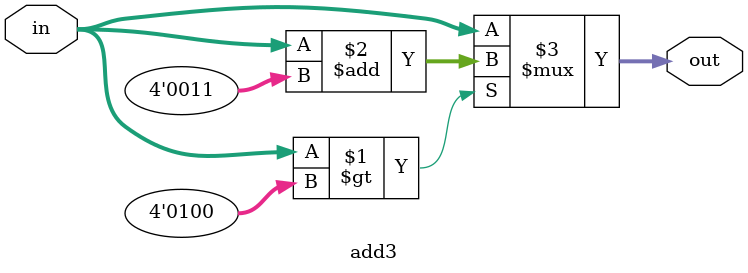
<source format=sv>
`timescale 1ns / 1ps


module add3(
    input [3:0] in,
    output [3:0] out
    );
    
    assign out = in > 4'b0100 ? in + 4'b0011 : in;
endmodule

</source>
